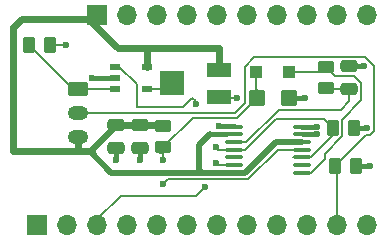
<source format=gbr>
%TF.GenerationSoftware,KiCad,Pcbnew,9.0.0*%
%TF.CreationDate,2025-04-10T05:16:25-06:00*%
%TF.ProjectId,WakeCircuit,57616b65-4369-4726-9375-69742e6b6963,rev?*%
%TF.SameCoordinates,Original*%
%TF.FileFunction,Copper,L1,Top*%
%TF.FilePolarity,Positive*%
%FSLAX46Y46*%
G04 Gerber Fmt 4.6, Leading zero omitted, Abs format (unit mm)*
G04 Created by KiCad (PCBNEW 9.0.0) date 2025-04-10 05:16:25*
%MOMM*%
%LPD*%
G01*
G04 APERTURE LIST*
G04 Aperture macros list*
%AMRoundRect*
0 Rectangle with rounded corners*
0 $1 Rounding radius*
0 $2 $3 $4 $5 $6 $7 $8 $9 X,Y pos of 4 corners*
0 Add a 4 corners polygon primitive as box body*
4,1,4,$2,$3,$4,$5,$6,$7,$8,$9,$2,$3,0*
0 Add four circle primitives for the rounded corners*
1,1,$1+$1,$2,$3*
1,1,$1+$1,$4,$5*
1,1,$1+$1,$6,$7*
1,1,$1+$1,$8,$9*
0 Add four rect primitives between the rounded corners*
20,1,$1+$1,$2,$3,$4,$5,0*
20,1,$1+$1,$4,$5,$6,$7,0*
20,1,$1+$1,$6,$7,$8,$9,0*
20,1,$1+$1,$8,$9,$2,$3,0*%
G04 Aperture macros list end*
%TA.AperFunction,SMDPad,CuDef*%
%ADD10RoundRect,0.250000X0.475000X-0.250000X0.475000X0.250000X-0.475000X0.250000X-0.475000X-0.250000X0*%
%TD*%
%TA.AperFunction,SMDPad,CuDef*%
%ADD11RoundRect,0.250000X0.300000X0.300000X-0.300000X0.300000X-0.300000X-0.300000X0.300000X-0.300000X0*%
%TD*%
%TA.AperFunction,ComponentPad*%
%ADD12R,1.700000X1.700000*%
%TD*%
%TA.AperFunction,ComponentPad*%
%ADD13O,1.700000X1.700000*%
%TD*%
%TA.AperFunction,SMDPad,CuDef*%
%ADD14RoundRect,0.250000X0.450000X-0.262500X0.450000X0.262500X-0.450000X0.262500X-0.450000X-0.262500X0*%
%TD*%
%TA.AperFunction,SMDPad,CuDef*%
%ADD15RoundRect,0.250000X-0.475000X0.250000X-0.475000X-0.250000X0.475000X-0.250000X0.475000X0.250000X0*%
%TD*%
%TA.AperFunction,SMDPad,CuDef*%
%ADD16RoundRect,0.250000X0.262500X0.450000X-0.262500X0.450000X-0.262500X-0.450000X0.262500X-0.450000X0*%
%TD*%
%TA.AperFunction,SMDPad,CuDef*%
%ADD17R,0.972299X0.508000*%
%TD*%
%TA.AperFunction,ComponentPad*%
%ADD18RoundRect,0.250000X-0.625000X0.350000X-0.625000X-0.350000X0.625000X-0.350000X0.625000X0.350000X0*%
%TD*%
%TA.AperFunction,ComponentPad*%
%ADD19O,1.750000X1.200000*%
%TD*%
%TA.AperFunction,SMDPad,CuDef*%
%ADD20RoundRect,0.250000X-0.262500X-0.450000X0.262500X-0.450000X0.262500X0.450000X-0.262500X0.450000X0*%
%TD*%
%TA.AperFunction,SMDPad,CuDef*%
%ADD21RoundRect,0.250000X-0.450000X-0.425000X0.450000X-0.425000X0.450000X0.425000X-0.450000X0.425000X0*%
%TD*%
%TA.AperFunction,SMDPad,CuDef*%
%ADD22RoundRect,0.100000X0.637500X0.100000X-0.637500X0.100000X-0.637500X-0.100000X0.637500X-0.100000X0*%
%TD*%
%TA.AperFunction,SMDPad,CuDef*%
%ADD23R,2.000000X1.300000*%
%TD*%
%TA.AperFunction,SMDPad,CuDef*%
%ADD24R,2.000000X2.000000*%
%TD*%
%TA.AperFunction,ViaPad*%
%ADD25C,0.600000*%
%TD*%
%TA.AperFunction,Conductor*%
%ADD26C,0.600000*%
%TD*%
%TA.AperFunction,Conductor*%
%ADD27C,0.500000*%
%TD*%
%TA.AperFunction,Conductor*%
%ADD28C,0.200000*%
%TD*%
%TA.AperFunction,Conductor*%
%ADD29C,0.400000*%
%TD*%
G04 APERTURE END LIST*
D10*
%TO.P,C1,1*%
%TO.N,Net-(U3B-R)*%
X121000000Y-104700000D03*
%TO.P,C1,2*%
%TO.N,GND*%
X121000000Y-102800000D03*
%TD*%
D11*
%TO.P,D1,1,K*%
%TO.N,Net-(D1-K)*%
X115900000Y-103250000D03*
%TO.P,D1,2,A*%
%TO.N,Net-(D1-A)*%
X113100000Y-103250000D03*
%TD*%
D12*
%TO.P,J1,1,Pin_1*%
%TO.N,GND*%
X94550000Y-116250000D03*
D13*
%TO.P,J1,2,Pin_2*%
%TO.N,unconnected-(J1-Pin_2-Pad2)*%
X97090000Y-116250000D03*
%TO.P,J1,3,Pin_3*%
%TO.N,GPIO_5*%
X99630000Y-116250000D03*
%TO.P,J1,4,Pin_4*%
%TO.N,unconnected-(J1-Pin_4-Pad4)*%
X102170000Y-116250000D03*
%TO.P,J1,5,Pin_5*%
%TO.N,unconnected-(J1-Pin_5-Pad5)*%
X104710000Y-116250000D03*
%TO.P,J1,6,Pin_6*%
%TO.N,unconnected-(J1-Pin_6-Pad6)*%
X107250000Y-116250000D03*
%TO.P,J1,7,Pin_7*%
%TO.N,unconnected-(J1-Pin_7-Pad7)*%
X109790000Y-116250000D03*
%TO.P,J1,8,Pin_8*%
%TO.N,unconnected-(J1-Pin_8-Pad8)*%
X112330000Y-116250000D03*
%TO.P,J1,9,Pin_9*%
%TO.N,GND*%
X114870000Y-116250000D03*
%TO.P,J1,10,Pin_10*%
%TO.N,unconnected-(J1-Pin_10-Pad10)*%
X117410000Y-116250000D03*
%TO.P,J1,11,Pin_11*%
%TO.N,GPIO_1*%
X119950000Y-116250000D03*
%TO.P,J1,12,Pin_12*%
%TO.N,unconnected-(J1-Pin_12-Pad12)*%
X122490000Y-116250000D03*
%TD*%
%TO.P,J2,10,Pin_10*%
%TO.N,GND*%
X122460000Y-98475000D03*
%TO.P,J2,9,Pin_9*%
%TO.N,unconnected-(J2-Pin_9-Pad9)*%
X119920000Y-98475000D03*
%TO.P,J2,8,Pin_8*%
%TO.N,unconnected-(J2-Pin_8-Pad8)*%
X117380000Y-98475000D03*
%TO.P,J2,7,Pin_7*%
%TO.N,unconnected-(J2-Pin_7-Pad7)*%
X114840000Y-98475000D03*
%TO.P,J2,6,Pin_6*%
%TO.N,GND*%
X112300000Y-98475000D03*
%TO.P,J2,5,Pin_5*%
%TO.N,unconnected-(J2-Pin_5-Pad5)*%
X109760000Y-98475000D03*
%TO.P,J2,4,Pin_4*%
%TO.N,unconnected-(J2-Pin_4-Pad4)*%
X107220000Y-98475000D03*
%TO.P,J2,3,Pin_3*%
%TO.N,unconnected-(J2-Pin_3-Pad3)*%
X104680000Y-98475000D03*
%TO.P,J2,2,Pin_2*%
%TO.N,unconnected-(J2-Pin_2-Pad2)*%
X102140000Y-98475000D03*
D12*
%TO.P,J2,1,Pin_1*%
%TO.N,+3V3*%
X99600000Y-98475000D03*
%TD*%
D14*
%TO.P,R2,2*%
%TO.N,+3V3*%
X105250000Y-107837500D03*
%TO.P,R2,1*%
%TO.N,Net-(D1-A)*%
X105250000Y-109662500D03*
%TD*%
D10*
%TO.P,C4,2*%
%TO.N,+3V3*%
X101250000Y-107800000D03*
%TO.P,C4,1*%
%TO.N,GND*%
X101250000Y-109700000D03*
%TD*%
D15*
%TO.P,C3,2*%
%TO.N,GND*%
X103250000Y-109700000D03*
%TO.P,C3,1*%
%TO.N,+3V3*%
X103250000Y-107800000D03*
%TD*%
D16*
%TO.P,R1,1*%
%TO.N,GND*%
X95662500Y-101000000D03*
%TO.P,R1,2*%
%TO.N,LDR_SIG*%
X93837500Y-101000000D03*
%TD*%
D17*
%TO.P,U1,5,VCC*%
%TO.N,+3V3*%
X103862451Y-102850080D03*
%TO.P,U1,4,IN-*%
%TO.N,Net-(U1-IN-)*%
X103862451Y-104750000D03*
%TO.P,U1,3,IN+*%
%TO.N,LDR_SIG*%
X101137549Y-104750000D03*
%TO.P,U1,2,VEE*%
%TO.N,GND*%
X101137549Y-103800040D03*
%TO.P,U1,1,OUT*%
%TO.N,Net-(U1-OUT)*%
X101137549Y-102850080D03*
%TD*%
D18*
%TO.P,J4,1,Pin_1*%
%TO.N,LDR_SIG*%
X98000000Y-104750000D03*
D19*
%TO.P,J4,2,Pin_2*%
%TO.N,GPIO_1*%
X98000000Y-106750000D03*
%TO.P,J4,3,Pin_3*%
%TO.N,+3V3*%
X98000000Y-108750000D03*
%TD*%
D20*
%TO.P,R5,2*%
%TO.N,GND*%
X121575000Y-111250000D03*
%TO.P,R5,1*%
%TO.N,GPIO_1*%
X119750000Y-111250000D03*
%TD*%
D14*
%TO.P,R4,1*%
%TO.N,Net-(U3B-R)*%
X119000000Y-104662500D03*
%TO.P,R4,2*%
%TO.N,Net-(D1-K)*%
X119000000Y-102837500D03*
%TD*%
D21*
%TO.P,C2,1*%
%TO.N,Net-(D1-A)*%
X113150000Y-105500000D03*
%TO.P,C2,2*%
%TO.N,GND*%
X115850000Y-105500000D03*
%TD*%
D20*
%TO.P,R3,2*%
%TO.N,GND*%
X121412500Y-108000000D03*
%TO.P,R3,1*%
%TO.N,Net-(U1-OUT)*%
X119587500Y-108000000D03*
%TD*%
D22*
%TO.P,U3,4,R*%
%TO.N,Net-(D1-A)*%
X117000000Y-109850000D03*
%TO.P,U3,13,Q*%
%TO.N,GPIO_5*%
X111275000Y-111150000D03*
%TO.P,U3,14,VDD*%
%TO.N,+3V3*%
X111275000Y-111800000D03*
%TO.P,U3,12,~{Q}*%
%TO.N,unconnected-(U3B-~{Q}-Pad12)*%
X111275000Y-110500000D03*
%TO.P,U3,11,C*%
%TO.N,Net-(U1-OUT)*%
X111275000Y-109850000D03*
%TO.P,U3,10,R*%
%TO.N,Net-(U3B-R)*%
X111275000Y-109200000D03*
%TO.P,U3,9,D*%
%TO.N,+3V3*%
X111275000Y-108550000D03*
%TO.P,U3,8,S*%
%TO.N,GND*%
X111275000Y-107900000D03*
%TO.P,U3,7,VSS*%
X117000000Y-107900000D03*
%TO.P,U3,6,S*%
X117000000Y-108550000D03*
%TO.P,U3,5,D*%
%TO.N,+3V3*%
X117000000Y-109200000D03*
%TO.P,U3,3,C*%
%TO.N,Net-(U1-OUT)*%
X117000000Y-110500000D03*
%TO.P,U3,2,~{Q}*%
%TO.N,unconnected-(U3A-~{Q}-Pad2)*%
X117000000Y-111150000D03*
%TO.P,U3,1,Q*%
%TO.N,Net-(D1-K)*%
X117000000Y-111800000D03*
%TD*%
D23*
%TO.P,RV1,1,1*%
%TO.N,+3V3*%
X110000000Y-103100000D03*
D24*
%TO.P,RV1,2,2*%
%TO.N,Net-(U1-IN-)*%
X106000000Y-104250000D03*
D23*
%TO.P,RV1,3,3*%
%TO.N,GND*%
X110000000Y-105400000D03*
%TD*%
D25*
%TO.N,Net-(U1-OUT)*%
X109668626Y-109636971D03*
X108000000Y-106000000D03*
%TO.N,GND*%
X110000000Y-107850000D03*
%TO.N,Net-(D1-A)*%
X105250000Y-110750000D03*
X105250000Y-112750000D03*
%TO.N,GPIO_5*%
X108750000Y-113000000D03*
X109750000Y-111000000D03*
%TO.N,GND*%
X122250000Y-102750000D03*
X122750000Y-111250000D03*
X122500000Y-108000000D03*
X103250000Y-110750000D03*
X101250000Y-110750000D03*
X117250000Y-105500000D03*
X111500000Y-105500000D03*
X97000000Y-101000000D03*
X99172917Y-103821243D03*
X118250000Y-108500000D03*
X118250000Y-107900000D03*
%TD*%
D26*
%TO.N,+3V3*%
X98000000Y-108750000D02*
X98000000Y-110000000D01*
X98000000Y-110000000D02*
X92500000Y-110000000D01*
D27*
X100800000Y-111800000D02*
X99000000Y-110000000D01*
D28*
%TO.N,GPIO_1*%
X119950000Y-116250000D02*
X119950000Y-111450000D01*
X119950000Y-111450000D02*
X119750000Y-111250000D01*
D26*
%TO.N,+3V3*%
X98875000Y-98750000D02*
X101375000Y-101250000D01*
X92500000Y-99500000D02*
X93250000Y-98750000D01*
X92500000Y-110000000D02*
X92500000Y-99500000D01*
X93250000Y-98750000D02*
X98875000Y-98750000D01*
X99000000Y-110000000D02*
X98000000Y-110000000D01*
X101375000Y-101250000D02*
X103750000Y-101250000D01*
D28*
%TO.N,GND*%
X117050000Y-108500000D02*
X117000000Y-108550000D01*
D29*
X118250000Y-108500000D02*
X117050000Y-108500000D01*
X118250000Y-107900000D02*
X117000000Y-107900000D01*
D28*
%TO.N,Net-(U1-OUT)*%
X117737499Y-110500000D02*
X117000000Y-110500000D01*
X119587500Y-108649999D02*
X117737499Y-110500000D01*
X119587500Y-108000000D02*
X119587500Y-108649999D01*
X119587500Y-107950057D02*
X118886443Y-107249000D01*
X119587500Y-108000000D02*
X119587500Y-107950057D01*
%TO.N,LDR_SIG*%
X97587500Y-104750000D02*
X93837500Y-101000000D01*
X98000000Y-104750000D02*
X97587500Y-104750000D01*
%TO.N,Net-(U1-OUT)*%
X109850000Y-109850000D02*
X109750000Y-109750000D01*
X111275000Y-109850000D02*
X109850000Y-109850000D01*
X108000000Y-105750000D02*
X108000000Y-106000000D01*
X107699000Y-105449000D02*
X108000000Y-105750000D01*
D29*
%TO.N,+3V3*%
X109200000Y-108550000D02*
X110537501Y-108550000D01*
D28*
%TO.N,GND*%
X111225000Y-107850000D02*
X111275000Y-107900000D01*
D29*
X110000000Y-107850000D02*
X111225000Y-107850000D01*
D27*
%TO.N,+3V3*%
X108250000Y-109500000D02*
X109200000Y-108550000D01*
X108250000Y-111500000D02*
X108250000Y-109500000D01*
X108550000Y-111800000D02*
X108250000Y-111500000D01*
X111275000Y-111800000D02*
X108550000Y-111800000D01*
D28*
%TO.N,Net-(D1-A)*%
X113150000Y-105500000D02*
X111499500Y-107150500D01*
X111499000Y-107151000D02*
X111499500Y-107150500D01*
X107761500Y-107151000D02*
X111499000Y-107151000D01*
X105250000Y-109662500D02*
X107761500Y-107151000D01*
X105250000Y-110750000D02*
X105250000Y-109662500D01*
X105649000Y-112351000D02*
X105250000Y-112750000D01*
X114916732Y-109850000D02*
X112415732Y-112351000D01*
X112415732Y-112351000D02*
X105649000Y-112351000D01*
X117000000Y-109850000D02*
X114916732Y-109850000D01*
%TO.N,GPIO_5*%
X108000000Y-113750000D02*
X101630000Y-113750000D01*
X101630000Y-113750000D02*
X99630000Y-115750000D01*
X108750000Y-113000000D02*
X108000000Y-113750000D01*
%TO.N,Net-(U1-OUT)*%
X106898000Y-106250000D02*
X107699000Y-105449000D01*
X103000000Y-106250000D02*
X106898000Y-106250000D01*
X103000000Y-104320342D02*
X103000000Y-106250000D01*
X101529738Y-102850080D02*
X103000000Y-104320342D01*
%TO.N,GPIO_1*%
X122399000Y-108601000D02*
X119750000Y-111250000D01*
X122748943Y-108601000D02*
X122399000Y-108601000D01*
X123101000Y-108248943D02*
X122748943Y-108601000D01*
X123101000Y-102751057D02*
X123101000Y-108248943D01*
X122348943Y-101999000D02*
X123101000Y-102751057D01*
X112964840Y-101999000D02*
X122348943Y-101999000D01*
X112149000Y-102814840D02*
X112964840Y-101999000D01*
X111332900Y-106750000D02*
X112149000Y-105933900D01*
X98000000Y-106750000D02*
X111332900Y-106750000D01*
X112149000Y-105933900D02*
X112149000Y-102814840D01*
%TO.N,GPIO_5*%
X109900000Y-111150000D02*
X109750000Y-111000000D01*
X111275000Y-111150000D02*
X109900000Y-111150000D01*
D26*
%TO.N,+3V3*%
X99000000Y-110000000D02*
X99250000Y-110000000D01*
D27*
X111275000Y-111800000D02*
X100800000Y-111800000D01*
D28*
%TO.N,Net-(D1-A)*%
X116262501Y-109850000D02*
X117000000Y-109850000D01*
%TO.N,Net-(D1-K)*%
X119763500Y-103601000D02*
X119000000Y-102837500D01*
X121412160Y-103601000D02*
X119763500Y-103601000D01*
X122026000Y-104214840D02*
X121412160Y-103601000D01*
X122026000Y-105689840D02*
X122026000Y-104214840D01*
X120401000Y-108685160D02*
X120401000Y-107314840D01*
X118902300Y-110183860D02*
X120401000Y-108685160D01*
X118902300Y-110635199D02*
X118902300Y-110183860D01*
X117737499Y-111800000D02*
X118902300Y-110635199D01*
X120401000Y-107314840D02*
X122026000Y-105689840D01*
X117000000Y-111800000D02*
X117737499Y-111800000D01*
%TO.N,GND*%
X121050000Y-102750000D02*
X121000000Y-102800000D01*
D29*
X122250000Y-102750000D02*
X121050000Y-102750000D01*
X122750000Y-111250000D02*
X121575000Y-111250000D01*
X122500000Y-108000000D02*
X121412500Y-108000000D01*
D28*
X111175000Y-108000000D02*
X111275000Y-107900000D01*
D29*
X101250000Y-110750000D02*
X101250000Y-109700000D01*
X103250000Y-110750000D02*
X103250000Y-109700000D01*
D26*
%TO.N,+3V3*%
X105212500Y-107800000D02*
X105250000Y-107837500D01*
X103250000Y-107800000D02*
X105212500Y-107800000D01*
X101250000Y-107800000D02*
X103250000Y-107800000D01*
X99250000Y-109800000D02*
X101250000Y-107800000D01*
X99250000Y-110000000D02*
X99250000Y-109800000D01*
%TO.N,Net-(D1-A)*%
X104962500Y-109887500D02*
X105000000Y-109925000D01*
%TO.N,GND*%
X101000000Y-109887500D02*
X100950000Y-109837500D01*
D29*
X117250000Y-105500000D02*
X115850000Y-105500000D01*
D28*
%TO.N,Net-(D1-A)*%
X113400000Y-105049943D02*
X113100000Y-104749943D01*
X113100000Y-104749943D02*
X113100000Y-103250000D01*
%TO.N,GPIO_5*%
X111275000Y-111150000D02*
X111176000Y-111249000D01*
%TO.N,Net-(U3B-R)*%
X121000000Y-105750000D02*
X121000000Y-104700000D01*
X120274000Y-106476000D02*
X121000000Y-105750000D01*
X115011500Y-106476000D02*
X120274000Y-106476000D01*
X112287500Y-109200000D02*
X115011500Y-106476000D01*
X111275000Y-109200000D02*
X112287500Y-109200000D01*
X119037500Y-104700000D02*
X119000000Y-104662500D01*
X121000000Y-104700000D02*
X119037500Y-104700000D01*
%TO.N,Net-(D1-K)*%
X118587500Y-103250000D02*
X119000000Y-102837500D01*
X115900000Y-103250000D02*
X118587500Y-103250000D01*
%TO.N,+3V3*%
X111275000Y-108550000D02*
X110537501Y-108550000D01*
%TO.N,GND*%
X110100000Y-105500000D02*
X110000000Y-105400000D01*
X111500000Y-105500000D02*
X110100000Y-105500000D01*
%TO.N,Net-(U1-IN-)*%
X105500000Y-104750000D02*
X106000000Y-104250000D01*
X103862451Y-104750000D02*
X105500000Y-104750000D01*
D26*
%TO.N,+3V3*%
X110000000Y-103100000D02*
X110000000Y-101250000D01*
X103862451Y-102850080D02*
X103862451Y-101362451D01*
X103750000Y-101250000D02*
X108312411Y-101250000D01*
D28*
X103862451Y-101362451D02*
X103750000Y-101250000D01*
%TO.N,GND*%
X97000000Y-101000000D02*
X95662500Y-101000000D01*
%TO.N,LDR_SIG*%
X101137549Y-104750000D02*
X97949960Y-104750000D01*
D26*
%TO.N,+3V3*%
X108312411Y-101250000D02*
X110000000Y-101250000D01*
D28*
%TO.N,Net-(U1-OUT)*%
X101137549Y-102850080D02*
X101529738Y-102850080D01*
D29*
%TO.N,GND*%
X101137549Y-103800040D02*
X99194120Y-103800040D01*
D28*
X99194120Y-103800040D02*
X99172917Y-103821243D01*
%TO.N,Net-(U1-OUT)*%
X116262501Y-110500000D02*
X117000000Y-110500000D01*
D27*
%TO.N,+3V3*%
X114787500Y-109200000D02*
X117000000Y-109200000D01*
X112187500Y-111800000D02*
X114787500Y-109200000D01*
X111275000Y-111800000D02*
X112187500Y-111800000D01*
D28*
%TO.N,Net-(U1-OUT)*%
X118886443Y-107249000D02*
X114805600Y-107249000D01*
X114805600Y-107249000D02*
X112204600Y-109850000D01*
X112204600Y-109850000D02*
X111275000Y-109850000D01*
%TO.N,GND*%
X117050000Y-107850000D02*
X117000000Y-107900000D01*
%TD*%
M02*

</source>
